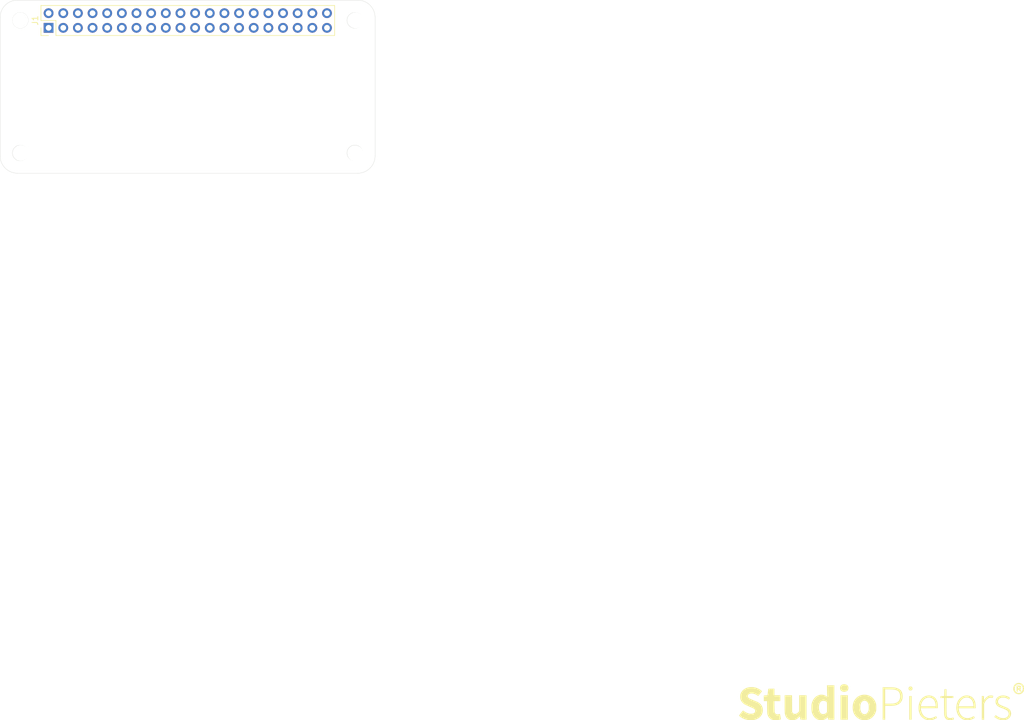
<source format=kicad_pcb>
(kicad_pcb (version 20171130) (host pcbnew 5.1.2)

  (general
    (thickness 1.6)
    (drawings 24)
    (tracks 0)
    (zones 0)
    (modules 6)
    (nets 41)
  )

  (page A4)
  (title_block
    (title "Raspberry Pi® Zero W - Hat Template")
    (date 2018-12-28)
    (rev 1.0.8)
    (company StudioPieters®)
    (comment 1 https://www.studiopieters.nl)
  )

  (layers
    (0 F.Cu signal)
    (31 B.Cu signal)
    (32 B.Adhes user)
    (33 F.Adhes user)
    (34 B.Paste user)
    (35 F.Paste user)
    (36 B.SilkS user)
    (37 F.SilkS user)
    (38 B.Mask user)
    (39 F.Mask user)
    (40 Dwgs.User user)
    (41 Cmts.User user)
    (42 Eco1.User user)
    (43 Eco2.User user)
    (44 Edge.Cuts user)
    (45 Margin user)
    (46 B.CrtYd user)
    (47 F.CrtYd user)
    (48 B.Fab user)
    (49 F.Fab user)
  )

  (setup
    (last_trace_width 0.25)
    (trace_clearance 0.2)
    (zone_clearance 0.508)
    (zone_45_only no)
    (trace_min 0.2)
    (via_size 0.8)
    (via_drill 0.4)
    (via_min_size 0.4)
    (via_min_drill 0.3)
    (uvia_size 0.3)
    (uvia_drill 0.1)
    (uvias_allowed no)
    (uvia_min_size 0.2)
    (uvia_min_drill 0.1)
    (edge_width 0.05)
    (segment_width 0.2)
    (pcb_text_width 0.3)
    (pcb_text_size 1.5 1.5)
    (mod_edge_width 0.12)
    (mod_text_size 1 1)
    (mod_text_width 0.15)
    (pad_size 1.524 1.524)
    (pad_drill 0.762)
    (pad_to_mask_clearance 0.051)
    (solder_mask_min_width 0.25)
    (aux_axis_origin 0 0)
    (visible_elements 7FFFFFFF)
    (pcbplotparams
      (layerselection 0x010fc_ffffffff)
      (usegerberextensions false)
      (usegerberattributes false)
      (usegerberadvancedattributes false)
      (creategerberjobfile false)
      (excludeedgelayer true)
      (linewidth 0.100000)
      (plotframeref false)
      (viasonmask false)
      (mode 1)
      (useauxorigin false)
      (hpglpennumber 1)
      (hpglpenspeed 20)
      (hpglpendiameter 15.000000)
      (psnegative false)
      (psa4output false)
      (plotreference true)
      (plotvalue true)
      (plotinvisibletext false)
      (padsonsilk false)
      (subtractmaskfromsilk false)
      (outputformat 1)
      (mirror false)
      (drillshape 1)
      (scaleselection 1)
      (outputdirectory ""))
  )

  (net 0 "")
  (net 1 "Net-(J1-Pad1)")
  (net 2 "Net-(J1-Pad2)")
  (net 3 "Net-(J1-Pad3)")
  (net 4 "Net-(J1-Pad4)")
  (net 5 "Net-(J1-Pad5)")
  (net 6 "Net-(J1-Pad6)")
  (net 7 "Net-(J1-Pad7)")
  (net 8 "Net-(J1-Pad8)")
  (net 9 "Net-(J1-Pad9)")
  (net 10 "Net-(J1-Pad10)")
  (net 11 "Net-(J1-Pad11)")
  (net 12 "Net-(J1-Pad12)")
  (net 13 "Net-(J1-Pad13)")
  (net 14 "Net-(J1-Pad14)")
  (net 15 "Net-(J1-Pad15)")
  (net 16 "Net-(J1-Pad16)")
  (net 17 "Net-(J1-Pad17)")
  (net 18 "Net-(J1-Pad18)")
  (net 19 "Net-(J1-Pad19)")
  (net 20 "Net-(J1-Pad20)")
  (net 21 "Net-(J1-Pad21)")
  (net 22 "Net-(J1-Pad22)")
  (net 23 "Net-(J1-Pad23)")
  (net 24 "Net-(J1-Pad24)")
  (net 25 "Net-(J1-Pad25)")
  (net 26 "Net-(J1-Pad26)")
  (net 27 "Net-(J1-Pad27)")
  (net 28 "Net-(J1-Pad28)")
  (net 29 "Net-(J1-Pad29)")
  (net 30 "Net-(J1-Pad30)")
  (net 31 "Net-(J1-Pad31)")
  (net 32 "Net-(J1-Pad32)")
  (net 33 "Net-(J1-Pad33)")
  (net 34 "Net-(J1-Pad34)")
  (net 35 "Net-(J1-Pad35)")
  (net 36 "Net-(J1-Pad36)")
  (net 37 "Net-(J1-Pad37)")
  (net 38 "Net-(J1-Pad38)")
  (net 39 "Net-(J1-Pad39)")
  (net 40 "Net-(J1-Pad40)")

  (net_class Default "This is the default net class."
    (clearance 0.2)
    (trace_width 0.25)
    (via_dia 0.8)
    (via_drill 0.4)
    (uvia_dia 0.3)
    (uvia_drill 0.1)
    (add_net "Net-(J1-Pad1)")
    (add_net "Net-(J1-Pad10)")
    (add_net "Net-(J1-Pad11)")
    (add_net "Net-(J1-Pad12)")
    (add_net "Net-(J1-Pad13)")
    (add_net "Net-(J1-Pad14)")
    (add_net "Net-(J1-Pad15)")
    (add_net "Net-(J1-Pad16)")
    (add_net "Net-(J1-Pad17)")
    (add_net "Net-(J1-Pad18)")
    (add_net "Net-(J1-Pad19)")
    (add_net "Net-(J1-Pad2)")
    (add_net "Net-(J1-Pad20)")
    (add_net "Net-(J1-Pad21)")
    (add_net "Net-(J1-Pad22)")
    (add_net "Net-(J1-Pad23)")
    (add_net "Net-(J1-Pad24)")
    (add_net "Net-(J1-Pad25)")
    (add_net "Net-(J1-Pad26)")
    (add_net "Net-(J1-Pad27)")
    (add_net "Net-(J1-Pad28)")
    (add_net "Net-(J1-Pad29)")
    (add_net "Net-(J1-Pad3)")
    (add_net "Net-(J1-Pad30)")
    (add_net "Net-(J1-Pad31)")
    (add_net "Net-(J1-Pad32)")
    (add_net "Net-(J1-Pad33)")
    (add_net "Net-(J1-Pad34)")
    (add_net "Net-(J1-Pad35)")
    (add_net "Net-(J1-Pad36)")
    (add_net "Net-(J1-Pad37)")
    (add_net "Net-(J1-Pad38)")
    (add_net "Net-(J1-Pad39)")
    (add_net "Net-(J1-Pad4)")
    (add_net "Net-(J1-Pad40)")
    (add_net "Net-(J1-Pad5)")
    (add_net "Net-(J1-Pad6)")
    (add_net "Net-(J1-Pad7)")
    (add_net "Net-(J1-Pad8)")
    (add_net "Net-(J1-Pad9)")
  )

  (module RPi_Hat:RPi_Hat_Mounting_Hole locked (layer F.Cu) (tedit 55217C7B) (tstamp 5C471D7E)
    (at 53.5 52.5)
    (descr "Mounting hole, Befestigungsbohrung, 2,7mm, No Annular, Kein Restring,")
    (tags "Mounting hole, Befestigungsbohrung, 2,7mm, No Annular, Kein Restring,")
    (fp_text reference "" (at 0 -4.0005) (layer F.SilkS) hide
      (effects (font (size 1 1) (thickness 0.15)))
    )
    (fp_text value "" (at 0.09906 3.59918) (layer F.Fab) hide
      (effects (font (size 1 1) (thickness 0.15)))
    )
    (fp_circle (center 0 0) (end 3.1 0) (layer B.CrtYd) (width 0.15))
    (fp_circle (center 0 0) (end 3.1 0) (layer F.CrtYd) (width 0.15))
    (fp_circle (center 0 0) (end 1.375 0) (layer B.Fab) (width 0.15))
    (fp_circle (center 0 0) (end 3.1 0) (layer B.Fab) (width 0.15))
    (fp_circle (center 0 0) (end 3.1 0) (layer F.Fab) (width 0.15))
    (fp_circle (center 0 0) (end 1.375 0) (layer F.Fab) (width 0.15))
    (pad "" np_thru_hole circle (at 0 0) (size 2.75 2.75) (drill 2.75) (layers *.Cu *.Mask)
      (solder_mask_margin 1.725) (clearance 1.725))
  )

  (module RPi_Hat:RPi_Hat_Mounting_Hole locked (layer F.Cu) (tedit 55217C7B) (tstamp 5C471D7E)
    (at 53.6 75.5)
    (descr "Mounting hole, Befestigungsbohrung, 2,7mm, No Annular, Kein Restring,")
    (tags "Mounting hole, Befestigungsbohrung, 2,7mm, No Annular, Kein Restring,")
    (fp_text reference "" (at 0 -4.0005) (layer F.SilkS) hide
      (effects (font (size 1 1) (thickness 0.15)))
    )
    (fp_text value "" (at 0.09906 3.59918) (layer F.Fab) hide
      (effects (font (size 1 1) (thickness 0.15)))
    )
    (fp_circle (center 0 0) (end 3.1 0) (layer B.CrtYd) (width 0.15))
    (fp_circle (center 0 0) (end 3.1 0) (layer F.CrtYd) (width 0.15))
    (fp_circle (center 0 0) (end 1.375 0) (layer B.Fab) (width 0.15))
    (fp_circle (center 0 0) (end 3.1 0) (layer B.Fab) (width 0.15))
    (fp_circle (center 0 0) (end 3.1 0) (layer F.Fab) (width 0.15))
    (fp_circle (center 0 0) (end 1.375 0) (layer F.Fab) (width 0.15))
    (pad "" np_thru_hole circle (at 0 0) (size 2.75 2.75) (drill 2.75) (layers *.Cu *.Mask)
      (solder_mask_margin 1.725) (clearance 1.725))
  )

  (module RPi_Hat:RPi_Hat_Mounting_Hole locked (layer F.Cu) (tedit 55217C7B) (tstamp 5C471D7E)
    (at 111.6 75.6)
    (descr "Mounting hole, Befestigungsbohrung, 2,7mm, No Annular, Kein Restring,")
    (tags "Mounting hole, Befestigungsbohrung, 2,7mm, No Annular, Kein Restring,")
    (fp_text reference "" (at 0 -4.0005) (layer F.SilkS) hide
      (effects (font (size 1 1) (thickness 0.15)))
    )
    (fp_text value "" (at 0.09906 3.59918) (layer F.Fab) hide
      (effects (font (size 1 1) (thickness 0.15)))
    )
    (fp_circle (center 0 0) (end 3.1 0) (layer B.CrtYd) (width 0.15))
    (fp_circle (center 0 0) (end 3.1 0) (layer F.CrtYd) (width 0.15))
    (fp_circle (center 0 0) (end 1.375 0) (layer B.Fab) (width 0.15))
    (fp_circle (center 0 0) (end 3.1 0) (layer B.Fab) (width 0.15))
    (fp_circle (center 0 0) (end 3.1 0) (layer F.Fab) (width 0.15))
    (fp_circle (center 0 0) (end 1.375 0) (layer F.Fab) (width 0.15))
    (pad "" np_thru_hole circle (at 0 0) (size 2.75 2.75) (drill 2.75) (layers *.Cu *.Mask)
      (solder_mask_margin 1.725) (clearance 1.725))
  )

  (module RPi_Hat:RPi_Hat_Mounting_Hole locked (layer F.Cu) (tedit 55217C7B) (tstamp 5C471D7E)
    (at 111.6 52.5)
    (descr "Mounting hole, Befestigungsbohrung, 2,7mm, No Annular, Kein Restring,")
    (tags "Mounting hole, Befestigungsbohrung, 2,7mm, No Annular, Kein Restring,")
    (fp_text reference "" (at 0 -4.0005) (layer F.SilkS) hide
      (effects (font (size 1 1) (thickness 0.15)))
    )
    (fp_text value "" (at 0.09906 3.59918) (layer F.Fab) hide
      (effects (font (size 1 1) (thickness 0.15)))
    )
    (fp_circle (center 0 0) (end 3.1 0) (layer B.CrtYd) (width 0.15))
    (fp_circle (center 0 0) (end 3.1 0) (layer F.CrtYd) (width 0.15))
    (fp_circle (center 0 0) (end 1.375 0) (layer B.Fab) (width 0.15))
    (fp_circle (center 0 0) (end 3.1 0) (layer B.Fab) (width 0.15))
    (fp_circle (center 0 0) (end 3.1 0) (layer F.Fab) (width 0.15))
    (fp_circle (center 0 0) (end 1.375 0) (layer F.Fab) (width 0.15))
    (pad "" np_thru_hole circle (at 0 0) (size 2.75 2.75) (drill 2.75) (layers *.Cu *.Mask)
      (solder_mask_margin 1.725) (clearance 1.725))
  )

  (module Connector_PinHeader_2.54mm:PinHeader_2x20_P2.54mm_Vertical (layer F.Cu) (tedit 59FED5CC) (tstamp 5C2616A7)
    (at 58.4 53.8 90)
    (descr "Through hole straight pin header, 2x20, 2.54mm pitch, double rows")
    (tags "Through hole pin header THT 2x20 2.54mm double row")
    (path /5C26120C)
    (fp_text reference J1 (at 1.27 -2.33 90) (layer F.SilkS)
      (effects (font (size 1 1) (thickness 0.15)))
    )
    (fp_text value Conn_02x20_Odd_Even (at 1.27 50.59 90) (layer F.Fab) hide
      (effects (font (size 1 1) (thickness 0.15)))
    )
    (fp_text user %R (at 1.27 24.13 180) (layer F.Fab)
      (effects (font (size 1 1) (thickness 0.15)))
    )
    (fp_line (start 4.35 -1.8) (end -1.8 -1.8) (layer F.CrtYd) (width 0.05))
    (fp_line (start 4.35 50.05) (end 4.35 -1.8) (layer F.CrtYd) (width 0.05))
    (fp_line (start -1.8 50.05) (end 4.35 50.05) (layer F.CrtYd) (width 0.05))
    (fp_line (start -1.8 -1.8) (end -1.8 50.05) (layer F.CrtYd) (width 0.05))
    (fp_line (start -1.33 -1.33) (end 0 -1.33) (layer F.SilkS) (width 0.12))
    (fp_line (start -1.33 0) (end -1.33 -1.33) (layer F.SilkS) (width 0.12))
    (fp_line (start 1.27 -1.33) (end 3.87 -1.33) (layer F.SilkS) (width 0.12))
    (fp_line (start 1.27 1.27) (end 1.27 -1.33) (layer F.SilkS) (width 0.12))
    (fp_line (start -1.33 1.27) (end 1.27 1.27) (layer F.SilkS) (width 0.12))
    (fp_line (start 3.87 -1.33) (end 3.87 49.59) (layer F.SilkS) (width 0.12))
    (fp_line (start -1.33 1.27) (end -1.33 49.59) (layer F.SilkS) (width 0.12))
    (fp_line (start -1.33 49.59) (end 3.87 49.59) (layer F.SilkS) (width 0.12))
    (fp_line (start -1.27 0) (end 0 -1.27) (layer F.Fab) (width 0.1))
    (fp_line (start -1.27 49.53) (end -1.27 0) (layer F.Fab) (width 0.1))
    (fp_line (start 3.81 49.53) (end -1.27 49.53) (layer F.Fab) (width 0.1))
    (fp_line (start 3.81 -1.27) (end 3.81 49.53) (layer F.Fab) (width 0.1))
    (fp_line (start 0 -1.27) (end 3.81 -1.27) (layer F.Fab) (width 0.1))
    (pad 40 thru_hole oval (at 2.54 48.26 90) (size 1.7 1.7) (drill 1) (layers *.Cu *.Mask)
      (net 40 "Net-(J1-Pad40)"))
    (pad 39 thru_hole oval (at 0 48.26 90) (size 1.7 1.7) (drill 1) (layers *.Cu *.Mask)
      (net 39 "Net-(J1-Pad39)"))
    (pad 38 thru_hole oval (at 2.54 45.72 90) (size 1.7 1.7) (drill 1) (layers *.Cu *.Mask)
      (net 38 "Net-(J1-Pad38)"))
    (pad 37 thru_hole oval (at 0 45.72 90) (size 1.7 1.7) (drill 1) (layers *.Cu *.Mask)
      (net 37 "Net-(J1-Pad37)"))
    (pad 36 thru_hole oval (at 2.54 43.18 90) (size 1.7 1.7) (drill 1) (layers *.Cu *.Mask)
      (net 36 "Net-(J1-Pad36)"))
    (pad 35 thru_hole oval (at 0 43.18 90) (size 1.7 1.7) (drill 1) (layers *.Cu *.Mask)
      (net 35 "Net-(J1-Pad35)"))
    (pad 34 thru_hole oval (at 2.54 40.64 90) (size 1.7 1.7) (drill 1) (layers *.Cu *.Mask)
      (net 34 "Net-(J1-Pad34)"))
    (pad 33 thru_hole oval (at 0 40.64 90) (size 1.7 1.7) (drill 1) (layers *.Cu *.Mask)
      (net 33 "Net-(J1-Pad33)"))
    (pad 32 thru_hole oval (at 2.54 38.1 90) (size 1.7 1.7) (drill 1) (layers *.Cu *.Mask)
      (net 32 "Net-(J1-Pad32)"))
    (pad 31 thru_hole oval (at 0 38.1 90) (size 1.7 1.7) (drill 1) (layers *.Cu *.Mask)
      (net 31 "Net-(J1-Pad31)"))
    (pad 30 thru_hole oval (at 2.54 35.56 90) (size 1.7 1.7) (drill 1) (layers *.Cu *.Mask)
      (net 30 "Net-(J1-Pad30)"))
    (pad 29 thru_hole oval (at 0 35.56 90) (size 1.7 1.7) (drill 1) (layers *.Cu *.Mask)
      (net 29 "Net-(J1-Pad29)"))
    (pad 28 thru_hole oval (at 2.54 33.02 90) (size 1.7 1.7) (drill 1) (layers *.Cu *.Mask)
      (net 28 "Net-(J1-Pad28)"))
    (pad 27 thru_hole oval (at 0 33.02 90) (size 1.7 1.7) (drill 1) (layers *.Cu *.Mask)
      (net 27 "Net-(J1-Pad27)"))
    (pad 26 thru_hole oval (at 2.54 30.48 90) (size 1.7 1.7) (drill 1) (layers *.Cu *.Mask)
      (net 26 "Net-(J1-Pad26)"))
    (pad 25 thru_hole oval (at 0 30.48 90) (size 1.7 1.7) (drill 1) (layers *.Cu *.Mask)
      (net 25 "Net-(J1-Pad25)"))
    (pad 24 thru_hole oval (at 2.54 27.94 90) (size 1.7 1.7) (drill 1) (layers *.Cu *.Mask)
      (net 24 "Net-(J1-Pad24)"))
    (pad 23 thru_hole oval (at 0 27.94 90) (size 1.7 1.7) (drill 1) (layers *.Cu *.Mask)
      (net 23 "Net-(J1-Pad23)"))
    (pad 22 thru_hole oval (at 2.54 25.4 90) (size 1.7 1.7) (drill 1) (layers *.Cu *.Mask)
      (net 22 "Net-(J1-Pad22)"))
    (pad 21 thru_hole oval (at 0 25.4 90) (size 1.7 1.7) (drill 1) (layers *.Cu *.Mask)
      (net 21 "Net-(J1-Pad21)"))
    (pad 20 thru_hole oval (at 2.54 22.86 90) (size 1.7 1.7) (drill 1) (layers *.Cu *.Mask)
      (net 20 "Net-(J1-Pad20)"))
    (pad 19 thru_hole oval (at 0 22.86 90) (size 1.7 1.7) (drill 1) (layers *.Cu *.Mask)
      (net 19 "Net-(J1-Pad19)"))
    (pad 18 thru_hole oval (at 2.54 20.32 90) (size 1.7 1.7) (drill 1) (layers *.Cu *.Mask)
      (net 18 "Net-(J1-Pad18)"))
    (pad 17 thru_hole oval (at 0 20.32 90) (size 1.7 1.7) (drill 1) (layers *.Cu *.Mask)
      (net 17 "Net-(J1-Pad17)"))
    (pad 16 thru_hole oval (at 2.54 17.78 90) (size 1.7 1.7) (drill 1) (layers *.Cu *.Mask)
      (net 16 "Net-(J1-Pad16)"))
    (pad 15 thru_hole oval (at 0 17.78 90) (size 1.7 1.7) (drill 1) (layers *.Cu *.Mask)
      (net 15 "Net-(J1-Pad15)"))
    (pad 14 thru_hole oval (at 2.54 15.24 90) (size 1.7 1.7) (drill 1) (layers *.Cu *.Mask)
      (net 14 "Net-(J1-Pad14)"))
    (pad 13 thru_hole oval (at 0 15.24 90) (size 1.7 1.7) (drill 1) (layers *.Cu *.Mask)
      (net 13 "Net-(J1-Pad13)"))
    (pad 12 thru_hole oval (at 2.54 12.7 90) (size 1.7 1.7) (drill 1) (layers *.Cu *.Mask)
      (net 12 "Net-(J1-Pad12)"))
    (pad 11 thru_hole oval (at 0 12.7 90) (size 1.7 1.7) (drill 1) (layers *.Cu *.Mask)
      (net 11 "Net-(J1-Pad11)"))
    (pad 10 thru_hole oval (at 2.54 10.16 90) (size 1.7 1.7) (drill 1) (layers *.Cu *.Mask)
      (net 10 "Net-(J1-Pad10)"))
    (pad 9 thru_hole oval (at 0 10.16 90) (size 1.7 1.7) (drill 1) (layers *.Cu *.Mask)
      (net 9 "Net-(J1-Pad9)"))
    (pad 8 thru_hole oval (at 2.54 7.62 90) (size 1.7 1.7) (drill 1) (layers *.Cu *.Mask)
      (net 8 "Net-(J1-Pad8)"))
    (pad 7 thru_hole oval (at 0 7.62 90) (size 1.7 1.7) (drill 1) (layers *.Cu *.Mask)
      (net 7 "Net-(J1-Pad7)"))
    (pad 6 thru_hole oval (at 2.54 5.08 90) (size 1.7 1.7) (drill 1) (layers *.Cu *.Mask)
      (net 6 "Net-(J1-Pad6)"))
    (pad 5 thru_hole oval (at 0 5.08 90) (size 1.7 1.7) (drill 1) (layers *.Cu *.Mask)
      (net 5 "Net-(J1-Pad5)"))
    (pad 4 thru_hole oval (at 2.54 2.54 90) (size 1.7 1.7) (drill 1) (layers *.Cu *.Mask)
      (net 4 "Net-(J1-Pad4)"))
    (pad 3 thru_hole oval (at 0 2.54 90) (size 1.7 1.7) (drill 1) (layers *.Cu *.Mask)
      (net 3 "Net-(J1-Pad3)"))
    (pad 2 thru_hole oval (at 2.54 0 90) (size 1.7 1.7) (drill 1) (layers *.Cu *.Mask)
      (net 2 "Net-(J1-Pad2)"))
    (pad 1 thru_hole rect (at 0 0 90) (size 1.7 1.7) (drill 1) (layers *.Cu *.Mask)
      (net 1 "Net-(J1-Pad1)"))
    (model ${KISYS3DMOD}/Connector_PinHeader_2.54mm.3dshapes/PinHeader_2x20_P2.54mm_Vertical.wrl
      (at (xyz 0 0 0))
      (scale (xyz 1 1 1))
      (rotate (xyz 0 0 0))
    )
  )

  (module StudioPieters:StudioPieters_Kicad_Logo (layer F.Cu) (tedit 0) (tstamp 5C26F196)
    (at 202.8 170.6)
    (fp_text reference G*** (at 0 0) (layer F.SilkS) hide
      (effects (font (size 1.524 1.524) (thickness 0.3)))
    )
    (fp_text value LOGO (at 0.75 0) (layer F.SilkS) hide
      (effects (font (size 1.524 1.524) (thickness 0.3)))
    )
    (fp_poly (pts (xy 23.73739 -2.761219) (xy 23.874658 -2.756377) (xy 23.967521 -2.749961) (xy 24.028007 -2.739173)
      (xy 24.068141 -2.72121) (xy 24.099951 -2.693271) (xy 24.11839 -2.672482) (xy 24.174731 -2.566967)
      (xy 24.190008 -2.442531) (xy 24.164442 -2.318746) (xy 24.113428 -2.231778) (xy 24.040412 -2.145003)
      (xy 24.14165 -1.963971) (xy 24.190827 -1.873933) (xy 24.226822 -1.804024) (xy 24.242671 -1.767838)
      (xy 24.242889 -1.766359) (xy 24.21765 -1.756454) (xy 24.15382 -1.750526) (xy 24.116295 -1.749778)
      (xy 24.048181 -1.751685) (xy 24.003655 -1.764893) (xy 23.968653 -1.800631) (xy 23.929113 -1.870127)
      (xy 23.904222 -1.919111) (xy 23.855106 -2.010782) (xy 23.816968 -2.061983) (xy 23.778426 -2.084071)
      (xy 23.734483 -2.088444) (xy 23.687841 -2.086197) (xy 23.662667 -2.070584) (xy 23.652339 -2.028303)
      (xy 23.650238 -1.94605) (xy 23.650222 -1.919111) (xy 23.650222 -1.749778) (xy 23.424444 -1.749778)
      (xy 23.424444 -2.441222) (xy 23.650222 -2.441222) (xy 23.650222 -2.286) (xy 23.749 -2.286)
      (xy 23.849507 -2.306331) (xy 23.904222 -2.342444) (xy 23.954639 -2.417677) (xy 23.950209 -2.484363)
      (xy 23.892314 -2.538887) (xy 23.817758 -2.568738) (xy 23.726596 -2.591584) (xy 23.676435 -2.587541)
      (xy 23.655063 -2.547316) (xy 23.650267 -2.461614) (xy 23.650222 -2.441222) (xy 23.424444 -2.441222)
      (xy 23.424444 -2.770772) (xy 23.73739 -2.761219)) (layer F.SilkS) (width 0.01))
    (fp_poly (pts (xy 5.130676 -2.598373) (xy 5.247523 -2.541368) (xy 5.323803 -2.445202) (xy 5.359334 -2.310147)
      (xy 5.362117 -2.251167) (xy 5.339981 -2.113905) (xy 5.27482 -2.012745) (xy 5.168866 -1.950097)
      (xy 5.064213 -1.929851) (xy 4.970099 -1.92868) (xy 4.891941 -1.937462) (xy 4.868333 -1.944502)
      (xy 4.759835 -2.020758) (xy 4.693469 -2.132476) (xy 4.672837 -2.255737) (xy 4.694681 -2.396748)
      (xy 4.75948 -2.507431) (xy 4.859281 -2.581835) (xy 4.986128 -2.614007) (xy 5.130676 -2.598373)) (layer F.SilkS) (width 0.01))
    (fp_poly (pts (xy -6.349949 -3.002098) (xy -6.258097 -2.990868) (xy -6.17638 -2.965472) (xy -6.081729 -2.921025)
      (xy -6.080834 -2.920568) (xy -5.926332 -2.819127) (xy -5.821296 -2.695139) (xy -5.761843 -2.54213)
      (xy -5.74406 -2.358769) (xy -5.766464 -2.159702) (xy -5.832653 -1.995964) (xy -5.943828 -1.865835)
      (xy -6.101194 -1.767594) (xy -6.179097 -1.73622) (xy -6.28988 -1.710944) (xy -6.428544 -1.698086)
      (xy -6.570116 -1.698414) (xy -6.68962 -1.712694) (xy -6.717072 -1.719702) (xy -6.900025 -1.801055)
      (xy -7.041657 -1.919334) (xy -7.139179 -2.070839) (xy -7.189803 -2.251864) (xy -7.196667 -2.356555)
      (xy -7.172315 -2.549643) (xy -7.099844 -2.713533) (xy -6.980127 -2.846813) (xy -6.837009 -2.937357)
      (xy -6.74396 -2.974626) (xy -6.643761 -2.995344) (xy -6.514757 -3.003501) (xy -6.475005 -3.004048)
      (xy -6.349949 -3.002098)) (layer F.SilkS) (width 0.01))
    (fp_poly (pts (xy 23.980279 -3.215749) (xy 24.122104 -3.17966) (xy 24.282268 -3.09904) (xy 24.43436 -2.9767)
      (xy 24.56284 -2.826869) (xy 24.629523 -2.715051) (xy 24.665907 -2.635486) (xy 24.689093 -2.56458)
      (xy 24.701989 -2.485513) (xy 24.707502 -2.381464) (xy 24.708556 -2.257778) (xy 24.706905 -2.116394)
      (xy 24.70009 -2.014389) (xy 24.685319 -1.934747) (xy 24.6598 -1.860452) (xy 24.633728 -1.801837)
      (xy 24.520427 -1.620157) (xy 24.368416 -1.465529) (xy 24.193111 -1.35287) (xy 24.04294 -1.303308)
      (xy 23.863793 -1.278118) (xy 23.677962 -1.278058) (xy 23.507738 -1.303883) (xy 23.434507 -1.32711)
      (xy 23.243854 -1.432302) (xy 23.08068 -1.583381) (xy 22.952071 -1.773604) (xy 22.939564 -1.798198)
      (xy 22.894573 -1.895009) (xy 22.867291 -1.974762) (xy 22.853452 -2.058233) (xy 22.848788 -2.166198)
      (xy 22.84858 -2.241212) (xy 22.8506 -2.263267) (xy 23.07069 -2.263267) (xy 23.090508 -2.061044)
      (xy 23.157117 -1.876022) (xy 23.272027 -1.704813) (xy 23.415446 -1.581676) (xy 23.585692 -1.507693)
      (xy 23.702103 -1.480144) (xy 23.792246 -1.472167) (xy 23.8829 -1.484049) (xy 23.987233 -1.512012)
      (xy 24.153784 -1.589353) (xy 24.292554 -1.709088) (xy 24.39912 -1.862224) (xy 24.469055 -2.039769)
      (xy 24.497937 -2.23273) (xy 24.48134 -2.432116) (xy 24.467749 -2.48856) (xy 24.393464 -2.664191)
      (xy 24.282441 -2.807624) (xy 24.143345 -2.916426) (xy 23.984841 -2.988166) (xy 23.815594 -3.02041)
      (xy 23.64427 -3.010728) (xy 23.479534 -2.956686) (xy 23.330052 -2.855853) (xy 23.291834 -2.818613)
      (xy 23.173088 -2.654192) (xy 23.098795 -2.46503) (xy 23.07069 -2.263267) (xy 22.8506 -2.263267)
      (xy 22.871813 -2.494862) (xy 22.939691 -2.713997) (xy 23.052195 -2.898591) (xy 23.209312 -3.048618)
      (xy 23.390004 -3.154599) (xy 23.57037 -3.211415) (xy 23.774002 -3.232034) (xy 23.980279 -3.215749)) (layer F.SilkS) (width 0.01))
    (fp_poly (pts (xy 19.081457 -1.052269) (xy 19.201894 -1.037551) (xy 19.270715 -1.018779) (xy 19.315685 -0.999264)
      (xy 19.341807 -0.978977) (xy 19.350286 -0.946019) (xy 19.342329 -0.888487) (xy 19.31914 -0.794481)
      (xy 19.300592 -0.723913) (xy 19.277856 -0.654725) (xy 19.251298 -0.629043) (xy 19.210433 -0.634006)
      (xy 19.150301 -0.646147) (xy 19.056018 -0.658854) (xy 18.965333 -0.667836) (xy 18.759002 -0.657211)
      (xy 18.559611 -0.592134) (xy 18.369433 -0.474406) (xy 18.19074 -0.305825) (xy 18.025801 -0.088191)
      (xy 17.87689 0.176697) (xy 17.863154 0.205323) (xy 17.780044 0.381) (xy 17.780022 1.756833)
      (xy 17.78 3.132667) (xy 17.384889 3.132667) (xy 17.384889 -0.959555) (xy 17.751778 -0.959555)
      (xy 17.751778 -0.737717) (xy 17.754163 -0.609819) (xy 17.760427 -0.484646) (xy 17.769237 -0.388548)
      (xy 17.769606 -0.385806) (xy 17.787434 -0.255734) (xy 17.922342 -0.447836) (xy 18.100913 -0.667379)
      (xy 18.297159 -0.839296) (xy 18.508026 -0.965776) (xy 18.608224 -1.01172) (xy 18.692719 -1.03899)
      (xy 18.784049 -1.052414) (xy 18.90475 -1.056823) (xy 18.933958 -1.057046) (xy 19.081457 -1.052269)) (layer F.SilkS) (width 0.01))
    (fp_poly (pts (xy 5.221111 3.132667) (xy 4.797778 3.132667) (xy 4.797778 -0.959555) (xy 5.221111 -0.959555)
      (xy 5.221111 3.132667)) (layer F.SilkS) (width 0.01))
    (fp_poly (pts (xy 1.192389 -2.475829) (xy 1.466481 -2.471731) (xy 1.691195 -2.467418) (xy 1.873598 -2.462491)
      (xy 2.020757 -2.456554) (xy 2.139737 -2.449207) (xy 2.237606 -2.440054) (xy 2.32143 -2.428697)
      (xy 2.398275 -2.414739) (xy 2.441222 -2.405565) (xy 2.744517 -2.318681) (xy 3.000698 -2.202816)
      (xy 3.212264 -2.055906) (xy 3.381712 -1.875888) (xy 3.511542 -1.660698) (xy 3.590105 -1.456832)
      (xy 3.62471 -1.299712) (xy 3.646535 -1.10746) (xy 3.655062 -0.900038) (xy 3.649774 -0.69741)
      (xy 3.630153 -0.51954) (xy 3.616178 -0.451555) (xy 3.522002 -0.179177) (xy 3.384325 0.06054)
      (xy 3.206067 0.263898) (xy 2.990145 0.427196) (xy 2.872761 0.490851) (xy 2.720684 0.558537)
      (xy 2.569589 0.612987) (xy 2.411075 0.655478) (xy 2.236741 0.687285) (xy 2.038188 0.709684)
      (xy 1.807015 0.723952) (xy 1.534821 0.731364) (xy 1.277056 0.733219) (xy 0.620889 0.733778)
      (xy 0.620889 3.132667) (xy 0.197556 3.132667) (xy 0.197556 0.366889) (xy 0.620889 0.366889)
      (xy 1.266303 0.366889) (xy 1.54456 0.364879) (xy 1.772956 0.358642) (xy 1.95794 0.347866)
      (xy 2.105958 0.332238) (xy 2.162359 0.323517) (xy 2.445264 0.253645) (xy 2.683741 0.14922)
      (xy 2.878565 0.00949) (xy 3.030509 -0.166293) (xy 3.140349 -0.378879) (xy 3.208858 -0.629018)
      (xy 3.220009 -0.700394) (xy 3.233436 -0.942682) (xy 3.210388 -1.177671) (xy 3.153822 -1.395359)
      (xy 3.066696 -1.585748) (xy 2.951967 -1.738836) (xy 2.898428 -1.787859) (xy 2.785998 -1.871352)
      (xy 2.674703 -1.93462) (xy 2.545625 -1.986714) (xy 2.379844 -2.036683) (xy 2.376077 -2.037708)
      (xy 2.302755 -2.055969) (xy 2.227024 -2.07045) (xy 2.140607 -2.081756) (xy 2.035229 -2.09049)
      (xy 1.902614 -2.097256) (xy 1.734484 -2.102658) (xy 1.522564 -2.107299) (xy 1.389944 -2.109652)
      (xy 0.620889 -2.122594) (xy 0.620889 0.366889) (xy 0.197556 0.366889) (xy 0.197556 -2.489445)
      (xy 1.192389 -2.475829)) (layer F.SilkS) (width 0.01))
    (fp_poly (pts (xy -5.842 3.132667) (xy -7.112 3.132667) (xy -7.112 -1.100667) (xy -5.842 -1.100667)
      (xy -5.842 3.132667)) (layer F.SilkS) (width 0.01))
    (fp_poly (pts (xy 21.219919 -1.056125) (xy 21.486121 -1.016676) (xy 21.747145 -0.939025) (xy 21.995583 -0.82225)
      (xy 22.027444 -0.803623) (xy 22.142645 -0.733545) (xy 22.213987 -0.682575) (xy 22.245809 -0.640442)
      (xy 22.242451 -0.596875) (xy 22.20825 -0.541605) (xy 22.162704 -0.483449) (xy 22.050039 -0.341949)
      (xy 21.900091 -0.44293) (xy 21.786378 -0.512076) (xy 21.655728 -0.58098) (xy 21.578349 -0.616606)
      (xy 21.494065 -0.649368) (xy 21.416001 -0.670721) (xy 21.327933 -0.683075) (xy 21.213637 -0.688843)
      (xy 21.082 -0.690373) (xy 20.933145 -0.689403) (xy 20.82547 -0.683919) (xy 20.743761 -0.67179)
      (xy 20.672802 -0.650886) (xy 20.608214 -0.624012) (xy 20.449858 -0.526824) (xy 20.32388 -0.398215)
      (xy 20.234431 -0.247877) (xy 20.185659 -0.085498) (xy 20.181714 0.079231) (xy 20.226744 0.236619)
      (xy 20.233671 0.250741) (xy 20.28467 0.335956) (xy 20.349256 0.412633) (xy 20.433722 0.484612)
      (xy 20.544363 0.555728) (xy 20.687472 0.629821) (xy 20.869343 0.710726) (xy 21.09627 0.802283)
      (xy 21.210458 0.846337) (xy 21.375755 0.911282) (xy 21.539841 0.978946) (xy 21.687765 1.042949)
      (xy 21.80458 1.096911) (xy 21.844122 1.116799) (xy 22.009557 1.221822) (xy 22.160555 1.351426)
      (xy 22.285323 1.493398) (xy 22.372071 1.635522) (xy 22.391528 1.683804) (xy 22.449427 1.933151)
      (xy 22.453907 2.175206) (xy 22.407956 2.404698) (xy 22.314562 2.616354) (xy 22.176714 2.804906)
      (xy 21.997401 2.965082) (xy 21.779611 3.091611) (xy 21.546494 3.17412) (xy 21.391263 3.201354)
      (xy 21.20014 3.214993) (xy 20.991947 3.215313) (xy 20.785506 3.202594) (xy 20.599638 3.177111)
      (xy 20.517556 3.158957) (xy 20.379719 3.116712) (xy 20.226641 3.060395) (xy 20.099462 3.005818)
      (xy 19.997221 2.953386) (xy 19.885646 2.889863) (xy 19.775577 2.822263) (xy 19.677857 2.757602)
      (xy 19.603328 2.702894) (xy 19.56283 2.665155) (xy 19.55858 2.655855) (xy 19.576101 2.627456)
      (xy 19.621364 2.569801) (xy 19.681506 2.498923) (xy 19.80385 2.359069) (xy 19.984314 2.49352)
      (xy 20.257492 2.668784) (xy 20.535083 2.789297) (xy 20.822407 2.856745) (xy 21.124783 2.872813)
      (xy 21.174483 2.870752) (xy 21.315463 2.859419) (xy 21.423997 2.839359) (xy 21.524002 2.804856)
      (xy 21.60328 2.768293) (xy 21.777131 2.655995) (xy 21.909598 2.514731) (xy 21.997801 2.352044)
      (xy 22.03886 2.175477) (xy 22.029897 1.992572) (xy 21.968453 1.811719) (xy 21.912668 1.71598)
      (xy 21.842791 1.63006) (xy 21.752636 1.55007) (xy 21.636017 1.472125) (xy 21.486748 1.392335)
      (xy 21.298645 1.306814) (xy 21.065521 1.211674) (xy 20.930564 1.159443) (xy 20.703171 1.070179)
      (xy 20.520429 0.992257) (xy 20.372931 0.920779) (xy 20.251271 0.850848) (xy 20.146042 0.777564)
      (xy 20.058103 0.705129) (xy 19.919676 0.547353) (xy 19.82437 0.36124) (xy 19.773137 0.155974)
      (xy 19.76693 -0.059259) (xy 19.8067 -0.275277) (xy 19.893401 -0.482895) (xy 19.92876 -0.542255)
      (xy 20.070482 -0.712641) (xy 20.251468 -0.85036) (xy 20.464313 -0.954491) (xy 20.701607 -1.024111)
      (xy 20.955945 -1.058296) (xy 21.219919 -1.056125)) (layer F.SilkS) (width 0.01))
    (fp_poly (pts (xy 14.879023 -1.060441) (xy 15.178123 -1.013216) (xy 15.442154 -0.921837) (xy 15.67163 -0.785969)
      (xy 15.867062 -0.605277) (xy 16.028963 -0.379425) (xy 16.08827 -0.268606) (xy 16.161116 -0.109671)
      (xy 16.215187 0.036385) (xy 16.253624 0.183999) (xy 16.279566 0.347609) (xy 16.296153 0.541654)
      (xy 16.304735 0.726722) (xy 16.32 1.157111) (xy 13.369539 1.157111) (xy 13.387841 1.335756)
      (xy 13.443523 1.654114) (xy 13.540671 1.944) (xy 13.676287 2.201704) (xy 13.847371 2.423519)
      (xy 14.050925 2.605734) (xy 14.28395 2.744642) (xy 14.543446 2.836533) (xy 14.614001 2.852095)
      (xy 14.869114 2.876065) (xy 15.139858 2.855802) (xy 15.411064 2.794376) (xy 15.667566 2.694856)
      (xy 15.826159 2.606792) (xy 15.90561 2.557265) (xy 15.964441 2.522893) (xy 15.987961 2.511778)
      (xy 16.007107 2.534718) (xy 16.04041 2.592077) (xy 16.079174 2.666665) (xy 16.1147 2.741291)
      (xy 16.138291 2.798764) (xy 16.143111 2.818427) (xy 16.118538 2.846664) (xy 16.05209 2.889732)
      (xy 15.954671 2.942452) (xy 15.837186 2.999649) (xy 15.710539 3.056148) (xy 15.585634 3.10677)
      (xy 15.473377 3.146341) (xy 15.419597 3.161873) (xy 15.260776 3.191299) (xy 15.069684 3.209555)
      (xy 14.864426 3.216452) (xy 14.663112 3.211801) (xy 14.483847 3.195414) (xy 14.365111 3.172853)
      (xy 14.086181 3.071431) (xy 13.823971 2.921334) (xy 13.58727 2.72977) (xy 13.384872 2.503949)
      (xy 13.225568 2.251081) (xy 13.21478 2.229556) (xy 13.087909 1.911562) (xy 13.004358 1.567101)
      (xy 12.966028 1.208047) (xy 12.974818 0.846277) (xy 12.977755 0.818445) (xy 13.370924 0.818445)
      (xy 14.65824 0.818445) (xy 14.921704 0.817996) (xy 15.167023 0.816711) (xy 15.388603 0.814682)
      (xy 15.58085 0.812001) (xy 15.738172 0.80876) (xy 15.854976 0.805051) (xy 15.925668 0.800966)
      (xy 15.945324 0.797278) (xy 15.942194 0.761327) (xy 15.93404 0.683552) (xy 15.922375 0.578195)
      (xy 15.917156 0.532314) (xy 15.861864 0.223016) (xy 15.772268 -0.043503) (xy 15.649207 -0.266349)
      (xy 15.49352 -0.444628) (xy 15.306046 -0.577446) (xy 15.087625 -0.663911) (xy 14.839096 -0.70313)
      (xy 14.75421 -0.705555) (xy 14.496437 -0.678552) (xy 14.255895 -0.598479) (xy 14.035029 -0.466738)
      (xy 13.836286 -0.284733) (xy 13.688175 -0.093955) (xy 13.566885 0.12283) (xy 13.468255 0.369441)
      (xy 13.401863 0.620794) (xy 13.39098 0.684389) (xy 13.370924 0.818445) (xy 12.977755 0.818445)
      (xy 12.982239 0.775971) (xy 13.043263 0.428376) (xy 13.140186 0.119902) (xy 13.276115 -0.156269)
      (xy 13.454154 -0.406957) (xy 13.587444 -0.552974) (xy 13.828281 -0.759522) (xy 14.08671 -0.913848)
      (xy 14.36032 -1.015008) (xy 14.646701 -1.062052) (xy 14.879023 -1.060441)) (layer F.SilkS) (width 0.01))
    (fp_poly (pts (xy 11.260667 -0.959555) (xy 12.446 -0.959555) (xy 12.446 -0.620889) (xy 11.260667 -0.620889)
      (xy 11.260667 0.827433) (xy 11.260865 1.172864) (xy 11.261719 1.466715) (xy 11.263619 1.713851)
      (xy 11.266953 1.919139) (xy 11.272111 2.087441) (xy 11.279482 2.223622) (xy 11.289454 2.332548)
      (xy 11.302417 2.419083) (xy 11.318761 2.488092) (xy 11.338874 2.54444) (xy 11.363145 2.59299)
      (xy 11.391964 2.638608) (xy 11.407307 2.660583) (xy 11.508502 2.756595) (xy 11.648159 2.823018)
      (xy 11.81568 2.858182) (xy 12.00047 2.860416) (xy 12.191931 2.828047) (xy 12.28502 2.799031)
      (xy 12.383043 2.767284) (xy 12.438997 2.759636) (xy 12.460938 2.773907) (xy 12.508172 2.909435)
      (xy 12.535457 3.000444) (xy 12.544702 3.054454) (xy 12.538269 3.078582) (xy 12.502298 3.095365)
      (xy 12.426628 3.121408) (xy 12.326162 3.15167) (xy 12.303089 3.15815) (xy 12.10355 3.198593)
      (xy 11.890928 3.216304) (xy 11.684059 3.211156) (xy 11.50178 3.183022) (xy 11.436086 3.163976)
      (xy 11.253781 3.072395) (xy 11.104347 2.935565) (xy 10.988593 2.754693) (xy 10.907327 2.530987)
      (xy 10.86681 2.314963) (xy 10.860468 2.234521) (xy 10.854655 2.103948) (xy 10.849486 1.929556)
      (xy 10.845079 1.717656) (xy 10.841551 1.47456) (xy 10.83902 1.206579) (xy 10.837602 0.920025)
      (xy 10.837333 0.727463) (xy 10.837333 -0.620889) (xy 10.216444 -0.620889) (xy 10.216444 -0.925765)
      (xy 10.859916 -0.965971) (xy 10.900968 -2.144889) (xy 11.260667 -2.144889) (xy 11.260667 -0.959555)) (layer F.SilkS) (width 0.01))
    (fp_poly (pts (xy 8.353778 -1.057902) (xy 8.647123 -1.006526) (xy 8.910228 -0.908084) (xy 9.141377 -0.763743)
      (xy 9.338855 -0.574667) (xy 9.500946 -0.342021) (xy 9.552243 -0.243813) (xy 9.62937 -0.065606)
      (xy 9.684553 0.108588) (xy 9.720756 0.293777) (xy 9.740941 0.504969) (xy 9.748012 0.747889)
      (xy 9.750778 1.143) (xy 8.290278 1.15031) (xy 6.829778 1.157619) (xy 6.829975 1.27731)
      (xy 6.836846 1.362589) (xy 6.854851 1.479668) (xy 6.880386 1.60586) (xy 6.885928 1.629561)
      (xy 6.98253 1.928664) (xy 7.118009 2.19155) (xy 7.28841 2.415696) (xy 7.48978 2.598575)
      (xy 7.718167 2.737661) (xy 7.969617 2.830431) (xy 8.240177 2.874357) (xy 8.525893 2.866915)
      (xy 8.755779 2.824069) (xy 8.975365 2.753734) (xy 9.184231 2.660704) (xy 9.350236 2.561524)
      (xy 9.404953 2.526862) (xy 9.435536 2.514956) (xy 9.436936 2.515755) (xy 9.469386 2.566862)
      (xy 9.51086 2.640819) (xy 9.55197 2.719639) (xy 9.58333 2.785334) (xy 9.595556 2.819691)
      (xy 9.570985 2.84655) (xy 9.504492 2.888458) (xy 9.406908 2.940383) (xy 9.289063 2.997294)
      (xy 9.161786 3.054159) (xy 9.035907 3.105946) (xy 8.922257 3.147624) (xy 8.833556 3.173724)
      (xy 8.696662 3.195958) (xy 8.525194 3.209585) (xy 8.33649 3.214621) (xy 8.14789 3.21108)
      (xy 7.976732 3.198977) (xy 7.840356 3.178327) (xy 7.817556 3.172853) (xy 7.537383 3.071172)
      (xy 7.274306 2.921054) (xy 7.037157 2.729722) (xy 6.834764 2.504402) (xy 6.67596 2.252318)
      (xy 6.664591 2.229556) (xy 6.536787 1.911612) (xy 6.453648 1.577726) (xy 6.414261 1.235332)
      (xy 6.417712 0.891867) (xy 6.436483 0.752403) (xy 6.829778 0.752403) (xy 6.829778 0.818445)
      (xy 9.369778 0.818445) (xy 9.369778 0.639515) (xy 9.355536 0.461478) (xy 9.316763 0.260388)
      (xy 9.259393 0.060709) (xy 9.189357 -0.113092) (xy 9.185319 -0.121285) (xy 9.056614 -0.319431)
      (xy 8.890647 -0.479807) (xy 8.694471 -0.599604) (xy 8.475138 -0.676012) (xy 8.239702 -0.706221)
      (xy 7.995217 -0.68742) (xy 7.851403 -0.652756) (xy 7.618348 -0.552944) (xy 7.404956 -0.402904)
      (xy 7.215807 -0.206804) (xy 7.05548 0.031194) (xy 7.014486 0.10854) (xy 6.969285 0.213755)
      (xy 6.923327 0.345255) (xy 6.881691 0.485338) (xy 6.849455 0.616299) (xy 6.831697 0.720438)
      (xy 6.829778 0.752403) (xy 6.436483 0.752403) (xy 6.463086 0.554763) (xy 6.54947 0.231457)
      (xy 6.67595 -0.070618) (xy 6.841611 -0.344026) (xy 7.005175 -0.540706) (xy 7.238399 -0.745213)
      (xy 7.496139 -0.900935) (xy 7.773501 -1.005994) (xy 8.065592 -1.058515) (xy 8.353778 -1.057902)) (layer F.SilkS) (width 0.01))
    (fp_poly (pts (xy -2.603315 -1.163246) (xy -2.280005 -1.08652) (xy -1.982211 -0.9614) (xy -1.712853 -0.790139)
      (xy -1.474853 -0.574993) (xy -1.271129 -0.318216) (xy -1.104603 -0.022063) (xy -0.978195 0.311212)
      (xy -0.970117 0.338667) (xy -0.949883 0.419337) (xy -0.935424 0.506403) (xy -0.925918 0.610873)
      (xy -0.920543 0.743753) (xy -0.918476 0.916051) (xy -0.918448 1.030111) (xy -0.919394 1.214927)
      (xy -0.922056 1.35508) (xy -0.927697 1.462352) (xy -0.937581 1.548524) (xy -0.952969 1.625375)
      (xy -0.975126 1.704687) (xy -0.998631 1.778) (xy -1.133463 2.107479) (xy -1.307602 2.399187)
      (xy -1.518774 2.650906) (xy -1.764704 2.860422) (xy -2.043118 3.025519) (xy -2.351739 3.143979)
      (xy -2.420221 3.162736) (xy -2.619749 3.198578) (xy -2.850349 3.215717) (xy -3.090337 3.214201)
      (xy -3.318029 3.194073) (xy -3.493078 3.160463) (xy -3.799866 3.051264) (xy -4.084483 2.891651)
      (xy -4.340199 2.685503) (xy -4.373028 2.653431) (xy -4.587495 2.408655) (xy -4.754724 2.148053)
      (xy -4.87699 1.865692) (xy -4.956567 1.555637) (xy -4.99573 1.211957) (xy -5.00088 1.016)
      (xy -4.994526 0.892976) (xy -3.690334 0.892976) (xy -3.687868 1.212474) (xy -3.651041 1.489266)
      (xy -3.580048 1.722657) (xy -3.475089 1.911951) (xy -3.366886 2.031095) (xy -3.215533 2.136014)
      (xy -3.055915 2.187974) (xy -2.87968 2.188895) (xy -2.771337 2.168014) (xy -2.628637 2.105172)
      (xy -2.495136 1.995941) (xy -2.380308 1.850375) (xy -2.293629 1.678527) (xy -2.283311 1.650152)
      (xy -2.256648 1.567057) (xy -2.237965 1.489544) (xy -2.225884 1.40473) (xy -2.219027 1.299733)
      (xy -2.216013 1.161672) (xy -2.215444 1.016) (xy -2.216346 0.841525) (xy -2.219971 0.710597)
      (xy -2.227697 0.610335) (xy -2.240903 0.527856) (xy -2.260967 0.450279) (xy -2.283311 0.381848)
      (xy -2.370459 0.195468) (xy -2.488939 0.041105) (xy -2.631059 -0.073331) (xy -2.789126 -0.139936)
      (xy -2.79149 -0.140509) (xy -2.978553 -0.162973) (xy -3.146015 -0.1338) (xy -3.299822 -0.051246)
      (xy -3.401559 0.038222) (xy -3.509189 0.169468) (xy -3.588846 0.318528) (xy -3.643834 0.495181)
      (xy -3.677456 0.709205) (xy -3.690334 0.892976) (xy -4.994526 0.892976) (xy -4.982128 0.652968)
      (xy -4.924304 0.326653) (xy -4.825053 0.030902) (xy -4.68202 -0.240437) (xy -4.492851 -0.493517)
      (xy -4.374444 -0.620977) (xy -4.125803 -0.834221) (xy -3.852814 -0.997124) (xy -3.554334 -1.110143)
      (xy -3.22922 -1.173733) (xy -2.949222 -1.189322) (xy -2.603315 -1.163246)) (layer F.SilkS) (width 0.01))
    (fp_poly (pts (xy -8.184444 3.132667) (xy -9.223541 3.132667) (xy -9.258846 2.935111) (xy -9.277514 2.838317)
      (xy -9.293711 2.767885) (xy -9.304185 2.737806) (xy -9.304765 2.737556) (xy -9.330566 2.753457)
      (xy -9.389454 2.79562) (xy -9.469901 2.855734) (xy -9.490746 2.871611) (xy -9.608927 2.953146)
      (xy -9.748898 3.037077) (xy -9.877778 3.103967) (xy -9.971868 3.146162) (xy -10.048868 3.174474)
      (xy -10.124865 3.191966) (xy -10.21595 3.201698) (xy -10.338211 3.206731) (xy -10.428111 3.208672)
      (xy -10.636681 3.207508) (xy -10.800033 3.195591) (xy -10.90249 3.176373) (xy -11.162754 3.073657)
      (xy -11.40405 2.922403) (xy -11.618461 2.729427) (xy -11.798071 2.501543) (xy -11.904029 2.314222)
      (xy -11.984467 2.136946) (xy -12.045714 1.975291) (xy -12.090193 1.816694) (xy -12.120326 1.648595)
      (xy -12.138536 1.458432) (xy -12.147246 1.233643) (xy -12.148995 1.044222) (xy -12.148863 0.981795)
      (xy -10.861485 0.981795) (xy -10.857596 1.155921) (xy -10.825344 1.444375) (xy -10.761744 1.686561)
      (xy -10.66691 1.882227) (xy -10.540959 2.031117) (xy -10.418164 2.116229) (xy -10.301287 2.155152)
      (xy -10.154323 2.171972) (xy -9.999153 2.166611) (xy -9.857661 2.138989) (xy -9.802479 2.118462)
      (xy -9.71391 2.066129) (xy -9.617689 1.991501) (xy -9.569646 1.946345) (xy -9.454444 1.827638)
      (xy -9.454444 0.966319) (xy -9.454152 0.719778) (xy -9.454237 0.523244) (xy -9.456142 0.370292)
      (xy -9.461308 0.254497) (xy -9.471179 0.16943) (xy -9.487197 0.108668) (xy -9.510804 0.065783)
      (xy -9.543443 0.034349) (xy -9.586556 0.007939) (xy -9.641586 -0.019871) (xy -9.680222 -0.039536)
      (xy -9.776286 -0.083864) (xy -9.869928 -0.117958) (xy -9.900997 -0.126216) (xy -10.108326 -0.147121)
      (xy -10.294441 -0.117497) (xy -10.457481 -0.039835) (xy -10.595588 0.083371) (xy -10.706901 0.24963)
      (xy -10.789562 0.456449) (xy -10.84171 0.701334) (xy -10.861485 0.981795) (xy -12.148863 0.981795)
      (xy -12.148577 0.846798) (xy -12.14621 0.694756) (xy -12.140979 0.577041) (xy -12.131967 0.482601)
      (xy -12.118258 0.400382) (xy -12.098937 0.31933) (xy -12.084687 0.268111) (xy -11.963952 -0.068631)
      (xy -11.807045 -0.367791) (xy -11.616108 -0.626204) (xy -11.393282 -0.840707) (xy -11.275907 -0.926955)
      (xy -11.049791 -1.057736) (xy -10.826658 -1.141418) (xy -10.58893 -1.183467) (xy -10.426691 -1.191026)
      (xy -10.145361 -1.171918) (xy -9.896056 -1.109347) (xy -9.672198 -1.001029) (xy -9.491487 -0.866457)
      (xy -9.389661 -0.777053) (xy -9.408678 -0.87536) (xy -9.413811 -0.927004) (xy -9.41948 -1.027517)
      (xy -9.425419 -1.169328) (xy -9.431359 -1.344867) (xy -9.437035 -1.546562) (xy -9.442178 -1.766845)
      (xy -9.444771 -1.897944) (xy -9.461847 -2.822222) (xy -8.184444 -2.822222) (xy -8.184444 3.132667)) (layer F.SilkS) (width 0.01))
    (fp_poly (pts (xy -15.508111 1.763889) (xy -15.44043 1.901381) (xy -15.353358 2.025408) (xy -15.23532 2.104123)
      (xy -15.083885 2.1387) (xy -14.952891 2.136931) (xy -14.77589 2.098712) (xy -14.613715 2.014905)
      (xy -14.458218 1.880874) (xy -14.4098 1.828064) (xy -14.280444 1.680192) (xy -14.280444 -1.100667)
      (xy -13.010444 -1.100667) (xy -13.010444 3.132667) (xy -13.529536 3.132667) (xy -13.723785 3.131717)
      (xy -13.86771 3.12859) (xy -13.967404 3.122871) (xy -14.028959 3.114143) (xy -14.058469 3.101991)
      (xy -14.062585 3.096295) (xy -14.072535 3.053345) (xy -14.087289 2.969396) (xy -14.104299 2.859413)
      (xy -14.111788 2.807017) (xy -14.147035 2.554111) (xy -14.349757 2.752075) (xy -14.584116 2.949114)
      (xy -14.830502 3.093084) (xy -15.040511 3.172308) (xy -15.189988 3.201568) (xy -15.37345 3.215693)
      (xy -15.57059 3.214982) (xy -15.761097 3.199735) (xy -15.924666 3.170248) (xy -15.965297 3.158718)
      (xy -16.184051 3.061133) (xy -16.37047 2.917481) (xy -16.524238 2.72818) (xy -16.645036 2.493648)
      (xy -16.732549 2.214303) (xy -16.752377 2.12124) (xy -16.761699 2.060783) (xy -16.769552 1.981302)
      (xy -16.77604 1.878282) (xy -16.781269 1.747205) (xy -16.785344 1.583553) (xy -16.788369 1.382811)
      (xy -16.79045 1.140461) (xy -16.791691 0.851985) (xy -16.792198 0.512868) (xy -16.792222 0.40674)
      (xy -16.792222 -1.100667) (xy -15.524189 -1.100667) (xy -15.508111 1.763889)) (layer F.SilkS) (width 0.01))
    (fp_poly (pts (xy -18.570222 -1.100667) (xy -17.554222 -1.100667) (xy -17.554222 -0.084667) (xy -18.574228 -0.084667)
      (xy -18.564276 0.867833) (xy -18.561208 1.138904) (xy -18.557694 1.359724) (xy -18.552919 1.536485)
      (xy -18.546069 1.675381) (xy -18.536331 1.782603) (xy -18.522891 1.864344) (xy -18.504934 1.926798)
      (xy -18.481646 1.976155) (xy -18.452214 2.018609) (xy -18.415823 2.060352) (xy -18.406149 2.070754)
      (xy -18.276366 2.171559) (xy -18.122525 2.221765) (xy -17.944068 2.221478) (xy -17.791541 2.187528)
      (xy -17.709512 2.163496) (xy -17.651701 2.148139) (xy -17.636368 2.145194) (xy -17.622373 2.17105)
      (xy -17.601935 2.241567) (xy -17.577169 2.345613) (xy -17.550193 2.472059) (xy -17.523122 2.609772)
      (xy -17.498073 2.747623) (xy -17.477163 2.874481) (xy -17.462506 2.979214) (xy -17.456221 3.050691)
      (xy -17.45918 3.077136) (xy -17.497483 3.09501) (xy -17.577027 3.11987) (xy -17.683728 3.147533)
      (xy -17.739073 3.160273) (xy -17.907508 3.188465) (xy -18.103639 3.206912) (xy -18.311623 3.215443)
      (xy -18.515621 3.213885) (xy -18.699792 3.202065) (xy -18.848294 3.179811) (xy -18.877714 3.172671)
      (xy -19.122316 3.080019) (xy -19.332621 2.942751) (xy -19.508793 2.760693) (xy -19.650994 2.53367)
      (xy -19.75939 2.261508) (xy -19.773126 2.215445) (xy -19.786081 2.162861) (xy -19.796814 2.100083)
      (xy -19.805619 2.021064) (xy -19.81279 1.919754) (xy -19.818623 1.790106) (xy -19.823411 1.62607)
      (xy -19.827449 1.421599) (xy -19.831032 1.170644) (xy -19.833245 0.980722) (xy -19.844912 -0.084667)
      (xy -20.404667 -0.084667) (xy -20.404667 -1.038926) (xy -20.270611 -1.054492) (xy -20.167075 -1.065775)
      (xy -20.04013 -1.078607) (xy -19.951043 -1.087075) (xy -19.76553 -1.104091) (xy -19.701974 -1.617434)
      (xy -19.680899 -1.784339) (xy -19.661217 -1.934103) (xy -19.644292 -2.056803) (xy -19.63149 -2.142515)
      (xy -19.62453 -2.180167) (xy -19.615088 -2.197661) (xy -19.592925 -2.21049) (xy -19.550359 -2.219365)
      (xy -19.479707 -2.224996) (xy -19.373288 -2.228094) (xy -19.223419 -2.229368) (xy -19.090432 -2.229555)
      (xy -18.570222 -2.229555) (xy -18.570222 -1.100667)) (layer F.SilkS) (width 0.01))
    (fp_poly (pts (xy -22.278874 -2.498351) (xy -21.93989 -2.449398) (xy -21.618888 -2.35407) (xy -21.305672 -2.209875)
      (xy -21.200986 -2.150372) (xy -21.097053 -2.083812) (xy -20.990398 -2.007615) (xy -20.891404 -1.930212)
      (xy -20.810451 -1.860037) (xy -20.75792 -1.805523) (xy -20.743333 -1.778626) (xy -20.760266 -1.749644)
      (xy -20.806395 -1.68659) (xy -20.874714 -1.59807) (xy -20.958218 -1.492689) (xy -21.049901 -1.379052)
      (xy -21.142757 -1.265767) (xy -21.22978 -1.161439) (xy -21.303967 -1.074673) (xy -21.358309 -1.014076)
      (xy -21.385803 -0.988253) (xy -21.387024 -0.987899) (xy -21.419491 -1.002611) (xy -21.482128 -1.040309)
      (xy -21.533556 -1.074113) (xy -21.763215 -1.20991) (xy -21.997905 -1.312055) (xy -22.230662 -1.379908)
      (xy -22.454524 -1.412827) (xy -22.662527 -1.410172) (xy -22.847707 -1.371302) (xy -23.003102 -1.295574)
      (xy -23.092806 -1.217679) (xy -23.180377 -1.086595) (xy -23.213073 -0.952076) (xy -23.191799 -0.819324)
      (xy -23.117461 -0.693537) (xy -22.990963 -0.579914) (xy -22.980526 -0.572784) (xy -22.915913 -0.536392)
      (xy -22.80809 -0.483624) (xy -22.666397 -0.418701) (xy -22.500175 -0.345843) (xy -22.318766 -0.269273)
      (xy -22.212398 -0.225686) (xy -22.021727 -0.147423) (xy -21.836348 -0.069478) (xy -21.666734 0.003605)
      (xy -21.523354 0.067283) (xy -21.416678 0.117016) (xy -21.379998 0.135431) (xy -21.138993 0.292188)
      (xy -20.935821 0.487044) (xy -20.774713 0.714159) (xy -20.659898 0.967687) (xy -20.599649 1.213556)
      (xy -20.578366 1.52361) (xy -20.609708 1.818945) (xy -20.690967 2.095965) (xy -20.819431 2.351078)
      (xy -20.992391 2.58069) (xy -21.207135 2.781208) (xy -21.460953 2.949038) (xy -21.751135 3.080587)
      (xy -22.07497 3.17226) (xy -22.07742 3.172768) (xy -22.254822 3.198539) (xy -22.469129 3.212819)
      (xy -22.702018 3.215766) (xy -22.935164 3.20754) (xy -23.150244 3.188299) (xy -23.311556 3.162055)
      (xy -23.705536 3.049974) (xy -24.079514 2.887779) (xy -24.425685 2.679005) (xy -24.503944 2.622223)
      (xy -24.616861 2.529684) (xy -24.680119 2.459279) (xy -24.694444 2.421573) (xy -24.677583 2.387809)
      (xy -24.631456 2.319926) (xy -24.562745 2.226322) (xy -24.478134 2.115398) (xy -24.384305 1.995553)
      (xy -24.287943 1.875187) (xy -24.19573 1.762699) (xy -24.11435 1.666489) (xy -24.050485 1.594956)
      (xy -24.010818 1.5565) (xy -24.00274 1.552222) (xy -23.975601 1.568086) (xy -23.916846 1.609621)
      (xy -23.841295 1.666242) (xy -23.708523 1.756195) (xy -23.543704 1.850402) (xy -23.365247 1.93976)
      (xy -23.191561 2.015165) (xy -23.041056 2.067515) (xy -23.016348 2.074167) (xy -22.824327 2.107643)
      (xy -22.624259 2.116339) (xy -22.429825 2.101698) (xy -22.254704 2.065164) (xy -22.112577 2.008182)
      (xy -22.058984 1.973123) (xy -21.96281 1.863808) (xy -21.906857 1.727642) (xy -21.894561 1.580583)
      (xy -21.929356 1.438588) (xy -21.939427 1.417591) (xy -21.973448 1.363398) (xy -22.020927 1.311512)
      (xy -22.08753 1.258688) (xy -22.178923 1.201679) (xy -22.300773 1.137239) (xy -22.458745 1.062121)
      (xy -22.658506 0.97308) (xy -22.886201 0.875166) (xy -23.143894 0.764432) (xy -23.355738 0.670288)
      (xy -23.528504 0.588899) (xy -23.668962 0.51643) (xy -23.783883 0.449044) (xy -23.880038 0.382908)
      (xy -23.964197 0.314184) (xy -24.04313 0.239038) (xy -24.083821 0.196722) (xy -24.247362 0.000414)
      (xy -24.364685 -0.194849) (xy -24.443963 -0.403104) (xy -24.453627 -0.438431) (xy -24.479254 -0.582149)
      (xy -24.492807 -0.756389) (xy -24.494162 -0.940001) (xy -24.483194 -1.111837) (xy -24.459779 -1.250749)
      (xy -24.45843 -1.255889) (xy -24.36043 -1.515884) (xy -24.213396 -1.758145) (xy -24.023837 -1.974979)
      (xy -23.798264 -2.158691) (xy -23.593778 -2.277857) (xy -23.410895 -2.36126) (xy -23.244185 -2.421217)
      (xy -23.075891 -2.461953) (xy -22.888251 -2.487695) (xy -22.663509 -2.50267) (xy -22.646036 -2.50342)
      (xy -22.278874 -2.498351)) (layer F.SilkS) (width 0.01))
  )

  (gr_arc (start 112 52) (end 115 52) (angle -90) (layer Edge.Cuts) (width 0.05))
  (gr_line (start 115 52) (end 115 76) (layer Edge.Cuts) (width 0.05))
  (gr_arc (start 112 76) (end 112 79) (angle -90) (layer Edge.Cuts) (width 0.05))
  (gr_line (start 112 79) (end 53 79) (layer Edge.Cuts) (width 0.05))
  (gr_circle (center 53.5 52.5) (end 56.5 52.5) (layer F.CrtYd) (width 0.05))
  (gr_circle (center 53.5 75.5) (end 56.5 75.5) (layer B.CrtYd) (width 0.05) (tstamp 5C22B5C3))
  (gr_circle (center 53.5 75.5) (end 56.5 75.5) (layer F.CrtYd) (width 0.05) (tstamp 5C225B9C))
  (gr_circle (center 53.5 52.5) (end 56.5 52.5) (layer B.CrtYd) (width 0.05) (tstamp 5C22B5C3))
  (gr_circle (center 111.5 52.5) (end 114.5 52.5) (layer B.CrtYd) (width 0.05) (tstamp 5C22B5C3))
  (gr_circle (center 111.5 52.5) (end 114.5 52.5) (layer F.CrtYd) (width 0.05) (tstamp 5C225B9C))
  (gr_circle (center 111.5 75.5) (end 114.5 75.5) (layer B.CrtYd) (width 0.05) (tstamp 5C22B5C3))
  (gr_circle (center 111.5 75.5) (end 114.5 75.5) (layer F.CrtYd) (width 0.05) (tstamp 5C225B9C))
  (gr_line (start 108.425 49.425) (end 56.575 49.425) (layer Dwgs.User) (width 0.15))
  (gr_line (start 108.425 55.525) (end 108.425 49.425) (layer Dwgs.User) (width 0.15))
  (gr_line (start 56.575 55.575) (end 108.425 55.525) (layer Dwgs.User) (width 0.15))
  (gr_line (start 56.575 49.45) (end 56.575 55.575) (layer Dwgs.User) (width 0.15))
  (gr_circle (center 111.5 75.5) (end 111.47 76.87) (layer Edge.Cuts) (width 0.05) (tstamp 5C225D5D))
  (gr_circle (center 111.5 52.5) (end 111.47 53.87) (layer Edge.Cuts) (width 0.05) (tstamp 5C225D5D))
  (gr_circle (center 53.5 75.5) (end 53.47 76.87) (layer Edge.Cuts) (width 0.05) (tstamp 5C225D5D))
  (gr_circle (center 53.5 52.5) (end 53.47 53.87) (layer Edge.Cuts) (width 0.05))
  (gr_arc (start 53 76) (end 50 76) (angle -90) (layer Edge.Cuts) (width 0.05))
  (gr_arc (start 53 52) (end 53 49) (angle -90) (layer Edge.Cuts) (width 0.05))
  (gr_line (start 50 76) (end 50 52) (layer Edge.Cuts) (width 0.05) (tstamp 5C2259F3))
  (gr_line (start 53 49) (end 112 49) (layer Edge.Cuts) (width 0.05))

)

</source>
